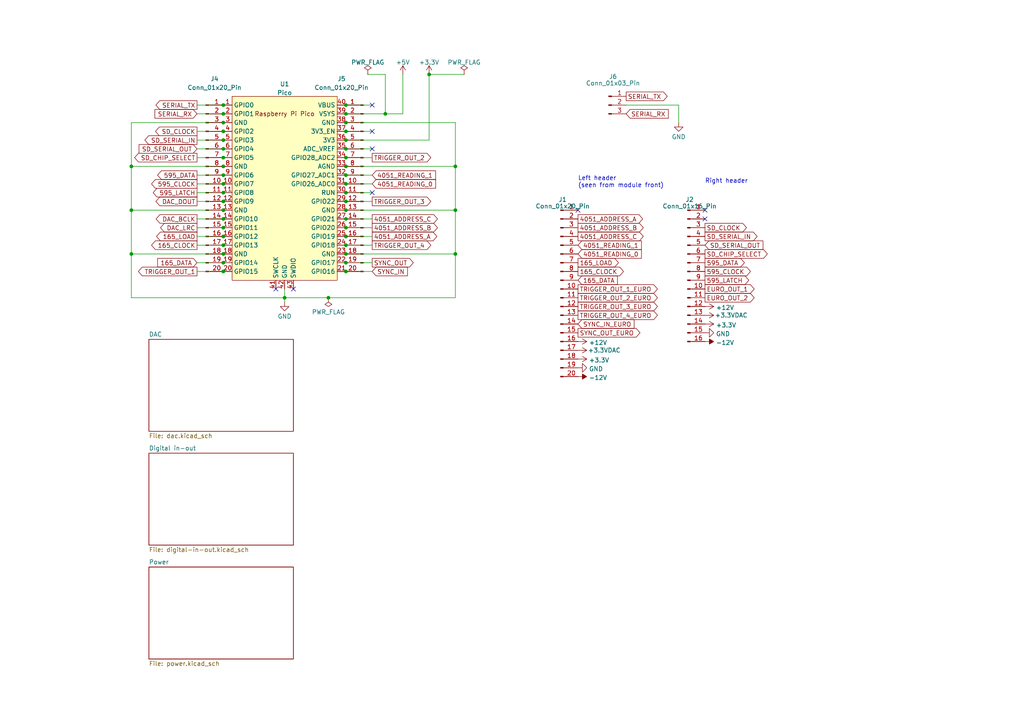
<source format=kicad_sch>
(kicad_sch (version 20230121) (generator eeschema)
  (paper "A4")
  (title_block (title "Drumkid") (rev "2.00"))
  (lib_symbols
    (symbol "Connector:Conn_01x03_Pin" (pin_names (offset 1.016) hide)
      (property "Reference" "J" (at 0 5.08 0))
      (property "Value" "Conn_01x03_Pin" (at 0 -5.08 0))
      (symbol "Conn_01x03_Pin_1_1"
        (polyline (pts (xy 1.27 -2.54) (xy 0.8636 -2.54)) (stroke (width 0.1524)))
        (polyline (pts (xy 1.27 0) (xy 0.8636 0)) (stroke (width 0.1524)))
        (polyline (pts (xy 1.27 2.54) (xy 0.8636 2.54)) (stroke (width 0.1524)))
        (rectangle (start 0.8636 -2.413) (end 0 -2.667) (stroke (width 0.1524)) (fill (type outline)))
        (rectangle (start 0.8636 0.127) (end 0 -0.127) (stroke (width 0.1524)) (fill (type outline)))
        (rectangle (start 0.8636 2.667) (end 0 2.413) (stroke (width 0.1524)) (fill (type outline)))
        (pin passive line (at 5.08 2.54 180) (length 3.81) (name "Pin_1") (number "1"))
        (pin passive line (at 5.08 0 180) (length 3.81) (name "Pin_2") (number "2"))
        (pin passive line (at 5.08 -2.54 180) (length 3.81) (name "Pin_3") (number "3"))
      )
    )
    (symbol "Connector:Conn_01x16_Pin" (pin_names (offset 1.016) hide)
      (property "Reference" "J" (at 0 20.32 0))
      (property "Value" "Conn_01x16_Pin" (at 0 -22.86 0))
      (symbol "Conn_01x16_Pin_1_1"
        (polyline (pts (xy 1.27 -20.32) (xy 0.8636 -20.32)) (stroke (width 0.1524)))
        (polyline (pts (xy 1.27 -17.78) (xy 0.8636 -17.78)) (stroke (width 0.1524)))
        (polyline (pts (xy 1.27 -15.24) (xy 0.8636 -15.24)) (stroke (width 0.1524)))
        (polyline (pts (xy 1.27 -12.7) (xy 0.8636 -12.7)) (stroke (width 0.1524)))
        (polyline (pts (xy 1.27 -10.16) (xy 0.8636 -10.16)) (stroke (width 0.1524)))
        (polyline (pts (xy 1.27 -7.62) (xy 0.8636 -7.62)) (stroke (width 0.1524)))
        (polyline (pts (xy 1.27 -5.08) (xy 0.8636 -5.08)) (stroke (width 0.1524)))
        (polyline (pts (xy 1.27 -2.54) (xy 0.8636 -2.54)) (stroke (width 0.1524)))
        (polyline (pts (xy 1.27 0) (xy 0.8636 0)) (stroke (width 0.1524)))
        (polyline (pts (xy 1.27 2.54) (xy 0.8636 2.54)) (stroke (width 0.1524)))
        (polyline (pts (xy 1.27 5.08) (xy 0.8636 5.08)) (stroke (width 0.1524)))
        (polyline (pts (xy 1.27 7.62) (xy 0.8636 7.62)) (stroke (width 0.1524)))
        (polyline (pts (xy 1.27 10.16) (xy 0.8636 10.16)) (stroke (width 0.1524)))
        (polyline (pts (xy 1.27 12.7) (xy 0.8636 12.7)) (stroke (width 0.1524)))
        (polyline (pts (xy 1.27 15.24) (xy 0.8636 15.24)) (stroke (width 0.1524)))
        (polyline (pts (xy 1.27 17.78) (xy 0.8636 17.78)) (stroke (width 0.1524)))
        (rectangle (start 0.8636 -20.193) (end 0 -20.447) (stroke (width 0.1524)) (fill (type outline)))
        (rectangle (start 0.8636 -17.653) (end 0 -17.907) (stroke (width 0.1524)) (fill (type outline)))
        (rectangle (start 0.8636 -15.113) (end 0 -15.367) (stroke (width 0.1524)) (fill (type outline)))
        (rectangle (start 0.8636 -12.573) (end 0 -12.827) (stroke (width 0.1524)) (fill (type outline)))
        (rectangle (start 0.8636 -10.033) (end 0 -10.287) (stroke (width 0.1524)) (fill (type outline)))
        (rectangle (start 0.8636 -7.493) (end 0 -7.747) (stroke (width 0.1524)) (fill (type outline)))
        (rectangle (start 0.8636 -4.953) (end 0 -5.207) (stroke (width 0.1524)) (fill (type outline)))
        (rectangle (start 0.8636 -2.413) (end 0 -2.667) (stroke (width 0.1524)) (fill (type outline)))
        (rectangle (start 0.8636 0.127) (end 0 -0.127) (stroke (width 0.1524)) (fill (type outline)))
        (rectangle (start 0.8636 2.667) (end 0 2.413) (stroke (width 0.1524)) (fill (type outline)))
        (rectangle (start 0.8636 5.207) (end 0 4.953) (stroke (width 0.1524)) (fill (type outline)))
        (rectangle (start 0.8636 7.747) (end 0 7.493) (stroke (width 0.1524)) (fill (type outline)))
        (rectangle (start 0.8636 10.287) (end 0 10.033) (stroke (width 0.1524)) (fill (type outline)))
        (rectangle (start 0.8636 12.827) (end 0 12.573) (stroke (width 0.1524)) (fill (type outline)))
        (rectangle (start 0.8636 15.367) (end 0 15.113) (stroke (width 0.1524)) (fill (type outline)))
        (rectangle (start 0.8636 17.907) (end 0 17.653) (stroke (width 0.1524)) (fill (type outline)))
        (pin passive line (at 5.08 17.78 180) (length 3.81) (name "Pin_1") (number "1"))
        (pin passive line (at 5.08 -5.08 180) (length 3.81) (name "Pin_10") (number "10"))
        (pin passive line (at 5.08 -7.62 180) (length 3.81) (name "Pin_11") (number "11"))
        (pin passive line (at 5.08 -10.16 180) (length 3.81) (name "Pin_12") (number "12"))
        (pin passive line (at 5.08 -12.7 180) (length 3.81) (name "Pin_13") (number "13"))
        (pin passive line (at 5.08 -15.24 180) (length 3.81) (name "Pin_14") (number "14"))
        (pin passive line (at 5.08 -17.78 180) (length 3.81) (name "Pin_15") (number "15"))
        (pin passive line (at 5.08 -20.32 180) (length 3.81) (name "Pin_16") (number "16"))
        (pin passive line (at 5.08 15.24 180) (length 3.81) (name "Pin_2") (number "2"))
        (pin passive line (at 5.08 12.7 180) (length 3.81) (name "Pin_3") (number "3"))
        (pin passive line (at 5.08 10.16 180) (length 3.81) (name "Pin_4") (number "4"))
        (pin passive line (at 5.08 7.62 180) (length 3.81) (name "Pin_5") (number "5"))
        (pin passive line (at 5.08 5.08 180) (length 3.81) (name "Pin_6") (number "6"))
        (pin passive line (at 5.08 2.54 180) (length 3.81) (name "Pin_7") (number "7"))
        (pin passive line (at 5.08 0 180) (length 3.81) (name "Pin_8") (number "8"))
        (pin passive line (at 5.08 -2.54 180) (length 3.81) (name "Pin_9") (number "9"))
      )
    )
    (symbol "Connector:Conn_01x20_Pin" (pin_names (offset 1.016) hide)
      (property "Reference" "J" (at 0 25.4 0))
      (property "Value" "Conn_01x20_Pin" (at 0 -27.94 0))
      (symbol "Conn_01x20_Pin_1_1"
        (polyline (pts (xy 1.27 -25.4) (xy 0.8636 -25.4)) (stroke (width 0.1524)))
        (polyline (pts (xy 1.27 -22.86) (xy 0.8636 -22.86)) (stroke (width 0.1524)))
        (polyline (pts (xy 1.27 -20.32) (xy 0.8636 -20.32)) (stroke (width 0.1524)))
        (polyline (pts (xy 1.27 -17.78) (xy 0.8636 -17.78)) (stroke (width 0.1524)))
        (polyline (pts (xy 1.27 -15.24) (xy 0.8636 -15.24)) (stroke (width 0.1524)))
        (polyline (pts (xy 1.27 -12.7) (xy 0.8636 -12.7)) (stroke (width 0.1524)))
        (polyline (pts (xy 1.27 -10.16) (xy 0.8636 -10.16)) (stroke (width 0.1524)))
        (polyline (pts (xy 1.27 -7.62) (xy 0.8636 -7.62)) (stroke (width 0.1524)))
        (polyline (pts (xy 1.27 -5.08) (xy 0.8636 -5.08)) (stroke (width 0.1524)))
        (polyline (pts (xy 1.27 -2.54) (xy 0.8636 -2.54)) (stroke (width 0.1524)))
        (polyline (pts (xy 1.27 0) (xy 0.8636 0)) (stroke (width 0.1524)))
        (polyline (pts (xy 1.27 2.54) (xy 0.8636 2.54)) (stroke (width 0.1524)))
        (polyline (pts (xy 1.27 5.08) (xy 0.8636 5.08)) (stroke (width 0.1524)))
        (polyline (pts (xy 1.27 7.62) (xy 0.8636 7.62)) (stroke (width 0.1524)))
        (polyline (pts (xy 1.27 10.16) (xy 0.8636 10.16)) (stroke (width 0.1524)))
        (polyline (pts (xy 1.27 12.7) (xy 0.8636 12.7)) (stroke (width 0.1524)))
        (polyline (pts (xy 1.27 15.24) (xy 0.8636 15.24)) (stroke (width 0.1524)))
        (polyline (pts (xy 1.27 17.78) (xy 0.8636 17.78)) (stroke (width 0.1524)))
        (polyline (pts (xy 1.27 20.32) (xy 0.8636 20.32)) (stroke (width 0.1524)))
        (polyline (pts (xy 1.27 22.86) (xy 0.8636 22.86)) (stroke (width 0.1524)))
        (rectangle (start 0.8636 -25.273) (end 0 -25.527) (stroke (width 0.1524)) (fill (type outline)))
        (rectangle (start 0.8636 -22.733) (end 0 -22.987) (stroke (width 0.1524)) (fill (type outline)))
        (rectangle (start 0.8636 -20.193) (end 0 -20.447) (stroke (width 0.1524)) (fill (type outline)))
        (rectangle (start 0.8636 -17.653) (end 0 -17.907) (stroke (width 0.1524)) (fill (type outline)))
        (rectangle (start 0.8636 -15.113) (end 0 -15.367) (stroke (width 0.1524)) (fill (type outline)))
        (rectangle (start 0.8636 -12.573) (end 0 -12.827) (stroke (width 0.1524)) (fill (type outline)))
        (rectangle (start 0.8636 -10.033) (end 0 -10.287) (stroke (width 0.1524)) (fill (type outline)))
        (rectangle (start 0.8636 -7.493) (end 0 -7.747) (stroke (width 0.1524)) (fill (type outline)))
        (rectangle (start 0.8636 -4.953) (end 0 -5.207) (stroke (width 0.1524)) (fill (type outline)))
        (rectangle (start 0.8636 -2.413) (end 0 -2.667) (stroke (width 0.1524)) (fill (type outline)))
        (rectangle (start 0.8636 0.127) (end 0 -0.127) (stroke (width 0.1524)) (fill (type outline)))
        (rectangle (start 0.8636 2.667) (end 0 2.413) (stroke (width 0.1524)) (fill (type outline)))
        (rectangle (start 0.8636 5.207) (end 0 4.953) (stroke (width 0.1524)) (fill (type outline)))
        (rectangle (start 0.8636 7.747) (end 0 7.493) (stroke (width 0.1524)) (fill (type outline)))
        (rectangle (start 0.8636 10.287) (end 0 10.033) (stroke (width 0.1524)) (fill (type outline)))
        (rectangle (start 0.8636 12.827) (end 0 12.573) (stroke (width 0.1524)) (fill (type outline)))
        (rectangle (start 0.8636 15.367) (end 0 15.113) (stroke (width 0.1524)) (fill (type outline)))
        (rectangle (start 0.8636 17.907) (end 0 17.653) (stroke (width 0.1524)) (fill (type outline)))
        (rectangle (start 0.8636 20.447) (end 0 20.193) (stroke (width 0.1524)) (fill (type outline)))
        (rectangle (start 0.8636 22.987) (end 0 22.733) (stroke (width 0.1524)) (fill (type outline)))
        (pin passive line (at 5.08 22.86 180) (length 3.81) (name "Pin_1") (number "1"))
        (pin passive line (at 5.08 0 180) (length 3.81) (name "Pin_10") (number "10"))
        (pin passive line (at 5.08 -2.54 180) (length 3.81) (name "Pin_11") (number "11"))
        (pin passive line (at 5.08 -5.08 180) (length 3.81) (name "Pin_12") (number "12"))
        (pin passive line (at 5.08 -7.62 180) (length 3.81) (name "Pin_13") (number "13"))
        (pin passive line (at 5.08 -10.16 180) (length 3.81) (name "Pin_14") (number "14"))
        (pin passive line (at 5.08 -12.7 180) (length 3.81) (name "Pin_15") (number "15"))
        (pin passive line (at 5.08 -15.24 180) (length 3.81) (name "Pin_16") (number "16"))
        (pin passive line (at 5.08 -17.78 180) (length 3.81) (name "Pin_17") (number "17"))
        (pin passive line (at 5.08 -20.32 180) (length 3.81) (name "Pin_18") (number "18"))
        (pin passive line (at 5.08 -22.86 180) (length 3.81) (name "Pin_19") (number "19"))
        (pin passive line (at 5.08 20.32 180) (length 3.81) (name "Pin_2") (number "2"))
        (pin passive line (at 5.08 -25.4 180) (length 3.81) (name "Pin_20") (number "20"))
        (pin passive line (at 5.08 17.78 180) (length 3.81) (name "Pin_3") (number "3"))
        (pin passive line (at 5.08 15.24 180) (length 3.81) (name "Pin_4") (number "4"))
        (pin passive line (at 5.08 12.7 180) (length 3.81) (name "Pin_5") (number "5"))
        (pin passive line (at 5.08 10.16 180) (length 3.81) (name "Pin_6") (number "6"))
        (pin passive line (at 5.08 7.62 180) (length 3.81) (name "Pin_7") (number "7"))
        (pin passive line (at 5.08 5.08 180) (length 3.81) (name "Pin_8") (number "8"))
        (pin passive line (at 5.08 2.54 180) (length 3.81) (name "Pin_9") (number "9"))
      )
    )
    (symbol "MCU_RaspberryPi_and_Boards:Pico"
      (property "Reference" "U" (at -13.97 27.94 0))
      (property "Value" "Pico" (at 0 19.05 0))
      (symbol "Pico_0_0"
        (text "Raspberry Pi Pico" (at 0 21.59 0) (effects (font (size 1.27 1.27))))
      )
      (symbol "Pico_0_1"
        (rectangle (start -15.24 26.67) (end 15.24 -26.67) (fill (type background)))
      )
      (symbol "Pico_1_1"
        (pin bidirectional line (at -17.78 24.13 0) (length 2.54) (name "GPIO0") (number "1"))
        (pin bidirectional line (at -17.78 1.27 0) (length 2.54) (name "GPIO7") (number "10"))
        (pin bidirectional line (at -17.78 -1.27 0) (length 2.54) (name "GPIO8") (number "11"))
        (pin bidirectional line (at -17.78 -3.81 0) (length 2.54) (name "GPIO9") (number "12"))
        (pin power_in line (at -17.78 -6.35 0) (length 2.54) (name "GND") (number "13"))
        (pin bidirectional line (at -17.78 -8.89 0) (length 2.54) (name "GPIO10") (number "14"))
        (pin bidirectional line (at -17.78 -11.43 0) (length 2.54) (name "GPIO11") (number "15"))
        (pin bidirectional line (at -17.78 -13.97 0) (length 2.54) (name "GPIO12") (number "16"))
        (pin bidirectional line (at -17.78 -16.51 0) (length 2.54) (name "GPIO13") (number "17"))
        (pin power_in line (at -17.78 -19.05 0) (length 2.54) (name "GND") (number "18"))
        (pin bidirectional line (at -17.78 -21.59 0) (length 2.54) (name "GPIO14") (number "19"))
        (pin bidirectional line (at -17.78 21.59 0) (length 2.54) (name "GPIO1") (number "2"))
        (pin bidirectional line (at -17.78 -24.13 0) (length 2.54) (name "GPIO15") (number "20"))
        (pin bidirectional line (at 17.78 -24.13 180) (length 2.54) (name "GPIO16") (number "21"))
        (pin bidirectional line (at 17.78 -21.59 180) (length 2.54) (name "GPIO17") (number "22"))
        (pin power_in line (at 17.78 -19.05 180) (length 2.54) (name "GND") (number "23"))
        (pin bidirectional line (at 17.78 -16.51 180) (length 2.54) (name "GPIO18") (number "24"))
        (pin bidirectional line (at 17.78 -13.97 180) (length 2.54) (name "GPIO19") (number "25"))
        (pin bidirectional line (at 17.78 -11.43 180) (length 2.54) (name "GPIO20") (number "26"))
        (pin bidirectional line (at 17.78 -8.89 180) (length 2.54) (name "GPIO21") (number "27"))
        (pin power_in line (at 17.78 -6.35 180) (length 2.54) (name "GND") (number "28"))
        (pin bidirectional line (at 17.78 -3.81 180) (length 2.54) (name "GPIO22") (number "29"))
        (pin power_in line (at -17.78 19.05 0) (length 2.54) (name "GND") (number "3"))
        (pin input line (at 17.78 -1.27 180) (length 2.54) (name "RUN") (number "30"))
        (pin bidirectional line (at 17.78 1.27 180) (length 2.54) (name "GPIO26_ADC0") (number "31"))
        (pin bidirectional line (at 17.78 3.81 180) (length 2.54) (name "GPIO27_ADC1") (number "32"))
        (pin power_in line (at 17.78 6.35 180) (length 2.54) (name "AGND") (number "33"))
        (pin bidirectional line (at 17.78 8.89 180) (length 2.54) (name "GPIO28_ADC2") (number "34"))
        (pin power_in line (at 17.78 11.43 180) (length 2.54) (name "ADC_VREF") (number "35"))
        (pin power_in line (at 17.78 13.97 180) (length 2.54) (name "3V3") (number "36"))
        (pin input line (at 17.78 16.51 180) (length 2.54) (name "3V3_EN") (number "37"))
        (pin bidirectional line (at 17.78 19.05 180) (length 2.54) (name "GND") (number "38"))
        (pin power_in line (at 17.78 21.59 180) (length 2.54) (name "VSYS") (number "39"))
        (pin bidirectional line (at -17.78 16.51 0) (length 2.54) (name "GPIO2") (number "4"))
        (pin power_in line (at 17.78 24.13 180) (length 2.54) (name "VBUS") (number "40"))
        (pin input line (at -2.54 -29.21 90) (length 2.54) (name "SWCLK") (number "41"))
        (pin power_in line (at 0 -29.21 90) (length 2.54) (name "GND") (number "42"))
        (pin bidirectional line (at 2.54 -29.21 90) (length 2.54) (name "SWDIO") (number "43"))
        (pin bidirectional line (at -17.78 13.97 0) (length 2.54) (name "GPIO3") (number "5"))
        (pin bidirectional line (at -17.78 11.43 0) (length 2.54) (name "GPIO4") (number "6"))
        (pin bidirectional line (at -17.78 8.89 0) (length 2.54) (name "GPIO5") (number "7"))
        (pin power_in line (at -17.78 6.35 0) (length 2.54) (name "GND") (number "8"))
        (pin bidirectional line (at -17.78 3.81 0) (length 2.54) (name "GPIO6") (number "9"))
      )
    )
    (symbol "power:+12V" (power) (pin_names (offset 0))
      (property "Value" "+12V" (at 0 3.556 0))
      (symbol "+12V_0_1"
        (polyline (pts (xy -0.762 1.27) (xy 0 2.54)))
        (polyline (pts (xy 0 0) (xy 0 2.54)))
        (polyline (pts (xy 0 2.54) (xy 0.762 1.27)))
      )
      (symbol "+12V_1_1"
        (pin power_in line (at 0 0 90) (length 0) hide (name "+12V") (number "1"))
      )
    )
    (symbol "power:+3.3V" (power) (pin_names (offset 0))
      (property "Value" "+3.3V" (at 0 3.556 0))
      (symbol "+3.3V_0_1"
        (polyline (pts (xy -0.762 1.27) (xy 0 2.54)))
        (polyline (pts (xy 0 0) (xy 0 2.54)))
        (polyline (pts (xy 0 2.54) (xy 0.762 1.27)))
      )
      (symbol "+3.3V_1_1"
        (pin power_in line (at 0 0 90) (length 0) hide (name "+3.3V") (number "1"))
      )
    )
    (symbol "power:+3.3VDAC" (power) (pin_names (offset 0))
      (property "Value" "+3.3VDAC" (at 0 2.54 0))
      (symbol "+3.3VDAC_0_0"
        (pin power_in line (at 0 0 90) (length 0) hide (name "+3.3VDAC") (number "1"))
      )
      (symbol "+3.3VDAC_0_1"
        (polyline (pts (xy -0.762 1.27) (xy 0 2.54)))
        (polyline (pts (xy 0 0) (xy 0 2.54)))
        (polyline (pts (xy 0 2.54) (xy 0.762 1.27)))
      )
    )
    (symbol "power:+5V" (power) (pin_names (offset 0))
      (property "Value" "+5V" (at 0 3.556 0))
      (symbol "+5V_0_1"
        (polyline (pts (xy -0.762 1.27) (xy 0 2.54)))
        (polyline (pts (xy 0 0) (xy 0 2.54)))
        (polyline (pts (xy 0 2.54) (xy 0.762 1.27)))
      )
      (symbol "+5V_1_1"
        (pin power_in line (at 0 0 90) (length 0) hide (name "+5V") (number "1"))
      )
    )
    (symbol "power:-12V" (power) (pin_names (offset 0))
      (property "Value" "-12V" (at 0 3.81 0))
      (symbol "-12V_0_0"
        (pin power_in line (at 0 0 90) (length 0) hide (name "-12V") (number "1"))
      )
      (symbol "-12V_0_1"
        (polyline (pts (xy 0 0) (xy 0 1.27) (xy 0.762 1.27) (xy 0 2.54) (xy -0.762 1.27) (xy 0 1.27)) (fill (type outline)))
      )
    )
    (symbol "power:GND" (power) (pin_names (offset 0))
      (property "Value" "GND" (at 0 -3.81 0))
      (symbol "GND_0_1"
        (polyline (pts (xy 0 0) (xy 0 -1.27) (xy 1.27 -1.27) (xy 0 -2.54) (xy -1.27 -1.27) (xy 0 -1.27)))
      )
      (symbol "GND_1_1"
        (pin power_in line (at 0 0 270) (length 0) hide (name "GND") (number "1"))
      )
    )
    (symbol "power:PWR_FLAG" (power) (pin_numbers hide) (pin_names (offset 0) hide)
      (property "Value" "PWR_FLAG" (at 0 3.81 0))
      (symbol "PWR_FLAG_0_0"
        (pin power_out line (at 0 0 90) (length 0) (name "pwr") (number "1"))
      )
      (symbol "PWR_FLAG_0_1"
        (polyline (pts (xy 0 0) (xy 0 1.27) (xy -1.016 1.905) (xy 0 2.54) (xy 1.016 1.905) (xy 0 1.27)))
      )
    )
  )
  (junction (at 100.33 40.64))
  (junction (at 100.33 33.02))
  (junction (at 100.33 63.5))
  (junction (at 64.77 43.18))
  (junction (at 100.33 78.74))
  (junction (at 64.77 48.26))
  (junction (at 38.1 48.26))
  (junction (at 132.08 48.26))
  (junction (at 100.33 73.66))
  (junction (at 64.77 73.66))
  (junction (at 124.46 21.59))
  (junction (at 132.08 73.66))
  (junction (at 64.77 66.04))
  (junction (at 100.33 50.8))
  (junction (at 111.76 33.02))
  (junction (at 82.55 86.36))
  (junction (at 100.33 66.04))
  (junction (at 64.77 60.96))
  (junction (at 64.77 35.56))
  (junction (at 100.33 53.34))
  (junction (at 64.77 55.88))
  (junction (at 100.33 38.1))
  (junction (at 132.08 60.96))
  (junction (at 64.77 50.8))
  (junction (at 64.77 58.42))
  (junction (at 95.25 86.36))
  (junction (at 38.1 60.96))
  (junction (at 64.77 40.64))
  (junction (at 64.77 30.48))
  (junction (at 100.33 45.72))
  (junction (at 100.33 60.96))
  (junction (at 64.77 68.58))
  (junction (at 64.77 33.02))
  (junction (at 100.33 48.26))
  (junction (at 100.33 71.12))
  (junction (at 100.33 30.48))
  (junction (at 64.77 38.1))
  (junction (at 100.33 58.42))
  (junction (at 64.77 78.74))
  (junction (at 64.77 63.5))
  (junction (at 64.77 76.2))
  (junction (at 64.77 71.12))
  (junction (at 100.33 43.18))
  (junction (at 64.77 45.72))
  (junction (at 100.33 76.2))
  (junction (at 100.33 68.58))
  (junction (at 38.1 73.66))
  (junction (at 100.33 55.88))
  (junction (at 64.77 53.34))
  (junction (at 100.33 35.56))
  (no_connect (at 80.01 83.82))
  (no_connect (at 107.95 43.18))
  (no_connect (at 107.95 30.48))
  (no_connect (at 204.47 60.96))
  (no_connect (at 107.95 55.88))
  (no_connect (at 167.64 60.96))
  (no_connect (at 85.09 83.82))
  (no_connect (at 204.47 63.5))
  (no_connect (at 107.95 38.1))
  (wire (pts (xy 111.76 21.59) (xy 111.76 33.02)))
  (wire (pts (xy 57.15 58.42) (xy 64.77 58.42)))
  (wire (pts (xy 38.1 73.66) (xy 38.1 86.36)))
  (wire (pts (xy 57.15 68.58) (xy 64.77 68.58)))
  (wire (pts (xy 57.15 78.74) (xy 64.77 78.74)))
  (wire (pts (xy 82.55 86.36) (xy 95.25 86.36)))
  (wire (pts (xy 57.15 33.02) (xy 64.77 33.02)))
  (wire (pts (xy 57.15 43.18) (xy 64.77 43.18)))
  (wire (pts (xy 107.95 45.72) (xy 100.33 45.72)))
  (wire (pts (xy 124.46 21.59) (xy 134.62 21.59)))
  (wire (pts (xy 38.1 48.26) (xy 64.77 48.26)))
  (wire (pts (xy 107.95 68.58) (xy 100.33 68.58)))
  (wire (pts (xy 196.85 30.48) (xy 196.85 35.56)))
  (wire (pts (xy 107.95 30.48) (xy 100.33 30.48)))
  (wire (pts (xy 107.95 66.04) (xy 100.33 66.04)))
  (wire (pts (xy 107.95 53.34) (xy 100.33 53.34)))
  (wire (pts (xy 100.33 73.66) (xy 132.08 73.66)))
  (wire (pts (xy 107.95 58.42) (xy 100.33 58.42)))
  (wire (pts (xy 111.76 33.02) (xy 116.84 33.02)))
  (wire (pts (xy 132.08 73.66) (xy 132.08 86.36)))
  (wire (pts (xy 57.15 30.48) (xy 64.77 30.48)))
  (wire (pts (xy 57.15 38.1) (xy 64.77 38.1)))
  (wire (pts (xy 107.95 63.5) (xy 100.33 63.5)))
  (wire (pts (xy 57.15 71.12) (xy 64.77 71.12)))
  (wire (pts (xy 107.95 55.88) (xy 100.33 55.88)))
  (wire (pts (xy 57.15 63.5) (xy 64.77 63.5)))
  (wire (pts (xy 57.15 53.34) (xy 64.77 53.34)))
  (wire (pts (xy 100.33 60.96) (xy 132.08 60.96)))
  (wire (pts (xy 107.95 76.2) (xy 100.33 76.2)))
  (wire (pts (xy 107.95 50.8) (xy 100.33 50.8)))
  (wire (pts (xy 57.15 66.04) (xy 64.77 66.04)))
  (wire (pts (xy 100.33 40.64) (xy 124.46 40.64)))
  (wire (pts (xy 107.95 38.1) (xy 100.33 38.1)))
  (wire (pts (xy 38.1 73.66) (xy 64.77 73.66)))
  (wire (pts (xy 100.33 35.56) (xy 132.08 35.56)))
  (wire (pts (xy 57.15 40.64) (xy 64.77 40.64)))
  (wire (pts (xy 38.1 60.96) (xy 38.1 73.66)))
  (wire (pts (xy 57.15 45.72) (xy 64.77 45.72)))
  (wire (pts (xy 124.46 21.59) (xy 124.46 40.64)))
  (wire (pts (xy 95.25 86.36) (xy 132.08 86.36)))
  (wire (pts (xy 38.1 35.56) (xy 64.77 35.56)))
  (wire (pts (xy 82.55 86.36) (xy 82.55 87.63)))
  (wire (pts (xy 57.15 50.8) (xy 64.77 50.8)))
  (wire (pts (xy 107.95 71.12) (xy 100.33 71.12)))
  (wire (pts (xy 38.1 60.96) (xy 64.77 60.96)))
  (wire (pts (xy 181.61 30.48) (xy 196.85 30.48)))
  (wire (pts (xy 132.08 60.96) (xy 132.08 48.26)))
  (wire (pts (xy 100.33 48.26) (xy 132.08 48.26)))
  (wire (pts (xy 106.68 21.59) (xy 111.76 21.59)))
  (wire (pts (xy 82.55 86.36) (xy 38.1 86.36)))
  (wire (pts (xy 57.15 76.2) (xy 64.77 76.2)))
  (wire (pts (xy 82.55 83.82) (xy 82.55 86.36)))
  (wire (pts (xy 57.15 55.88) (xy 64.77 55.88)))
  (wire (pts (xy 132.08 73.66) (xy 132.08 60.96)))
  (wire (pts (xy 38.1 48.26) (xy 38.1 35.56)))
  (wire (pts (xy 116.84 21.59) (xy 116.84 33.02)))
  (wire (pts (xy 107.95 78.74) (xy 100.33 78.74)))
  (wire (pts (xy 100.33 33.02) (xy 111.76 33.02)))
  (wire (pts (xy 38.1 48.26) (xy 38.1 60.96)))
  (wire (pts (xy 107.95 43.18) (xy 100.33 43.18)))
  (wire (pts (xy 132.08 48.26) (xy 132.08 35.56)))
  (text "Left header\n(seen from module front)" (at 167.64 54.61 0) (effects (font (size 1.27 1.27)) (justify left bottom)))
  (text "Right header" (at 204.47 53.34 0) (effects (font (size 1.27 1.27)) (justify left bottom)))
  (global_label "165_CLOCK" (shape output) (at 57.15 71.12 180) (property "Intersheetrefs" "${INTERSHEET_REFS}" (effects hide)))
  (global_label "TRIGGER_OUT_3" (shape output) (at 107.95 58.42 0) (property "Intersheetrefs" "${INTERSHEET_REFS}" (effects hide)))
  (global_label "4051_READING_0" (shape input) (at 107.95 53.34 0) (property "Intersheetrefs" "${INTERSHEET_REFS}" (effects hide)))
  (global_label "4051_ADDRESS_C" (shape output) (at 107.95 63.5 0) (property "Intersheetrefs" "${INTERSHEET_REFS}" (effects hide)))
  (global_label "SYNC_OUT" (shape output) (at 107.95 76.2 0) (property "Intersheetrefs" "${INTERSHEET_REFS}" (effects hide)))
  (global_label "165_DATA" (shape input) (at 57.15 76.2 180) (property "Intersheetrefs" "${INTERSHEET_REFS}" (effects hide)))
  (global_label "SD_SERIAL_IN" (shape output) (at 204.47 68.58 0) (property "Intersheetrefs" "${INTERSHEET_REFS}" (effects hide)))
  (global_label "4051_ADDRESS_B" (shape output) (at 167.64 66.04 0) (property "Intersheetrefs" "${INTERSHEET_REFS}" (effects hide)))
  (global_label "SERIAL_RX" (shape input) (at 181.61 33.02 0) (property "Intersheetrefs" "${INTERSHEET_REFS}" (effects hide)))
  (global_label "EURO_OUT_1" (shape output) (at 204.47 83.82 0) (property "Intersheetrefs" "${INTERSHEET_REFS}" (effects hide)))
  (global_label "TRIGGER_OUT_1" (shape output) (at 57.15 78.74 180) (property "Intersheetrefs" "${INTERSHEET_REFS}" (effects hide)))
  (global_label "SYNC_OUT_EURO" (shape output) (at 167.64 96.52 0) (property "Intersheetrefs" "${INTERSHEET_REFS}" (effects hide)))
  (global_label "TRIGGER_OUT_1_EURO" (shape output) (at 167.64 83.82 0) (property "Intersheetrefs" "${INTERSHEET_REFS}" (effects hide)))
  (global_label "4051_ADDRESS_A" (shape output) (at 107.95 68.58 0) (property "Intersheetrefs" "${INTERSHEET_REFS}" (effects hide)))
  (global_label "SD_CHIP_SELECT" (shape output) (at 204.47 73.66 0) (property "Intersheetrefs" "${INTERSHEET_REFS}" (effects hide)))
  (global_label "TRIGGER_OUT_3_EURO" (shape output) (at 167.64 88.9 0) (property "Intersheetrefs" "${INTERSHEET_REFS}" (effects hide)))
  (global_label "DAC_DOUT" (shape output) (at 57.15 58.42 180) (property "Intersheetrefs" "${INTERSHEET_REFS}" (effects hide)))
  (global_label "TRIGGER_OUT_2" (shape output) (at 107.95 45.72 0) (property "Intersheetrefs" "${INTERSHEET_REFS}" (effects hide)))
  (global_label "4051_ADDRESS_B" (shape output) (at 107.95 66.04 0) (property "Intersheetrefs" "${INTERSHEET_REFS}" (effects hide)))
  (global_label "SERIAL_RX" (shape input) (at 57.15 33.02 180) (property "Intersheetrefs" "${INTERSHEET_REFS}" (effects hide)))
  (global_label "TRIGGER_OUT_2_EURO" (shape output) (at 167.64 86.36 0) (property "Intersheetrefs" "${INTERSHEET_REFS}" (effects hide)))
  (global_label "SYNC_IN_EURO" (shape input) (at 167.64 93.98 0) (property "Intersheetrefs" "${INTERSHEET_REFS}" (effects hide)))
  (global_label "595_DATA" (shape output) (at 204.47 76.2 0) (property "Intersheetrefs" "${INTERSHEET_REFS}" (effects hide)))
  (global_label "4051_ADDRESS_A" (shape output) (at 167.64 63.5 0) (property "Intersheetrefs" "${INTERSHEET_REFS}" (effects hide)))
  (global_label "SD_CHIP_SELECT" (shape output) (at 57.15 45.72 180) (property "Intersheetrefs" "${INTERSHEET_REFS}" (effects hide)))
  (global_label "595_DATA" (shape output) (at 57.15 50.8 180) (property "Intersheetrefs" "${INTERSHEET_REFS}" (effects hide)))
  (global_label "165_DATA" (shape input) (at 167.64 81.28 0) (property "Intersheetrefs" "${INTERSHEET_REFS}" (effects hide)))
  (global_label "165_LOAD" (shape output) (at 57.15 68.58 180) (property "Intersheetrefs" "${INTERSHEET_REFS}" (effects hide)))
  (global_label "165_CLOCK" (shape output) (at 167.64 78.74 0) (property "Intersheetrefs" "${INTERSHEET_REFS}" (effects hide)))
  (global_label "SYNC_IN" (shape input) (at 107.95 78.74 0) (property "Intersheetrefs" "${INTERSHEET_REFS}" (effects hide)))
  (global_label "4051_ADDRESS_C" (shape output) (at 167.64 68.58 0) (property "Intersheetrefs" "${INTERSHEET_REFS}" (effects hide)))
  (global_label "165_LOAD" (shape output) (at 167.64 76.2 0) (property "Intersheetrefs" "${INTERSHEET_REFS}" (effects hide)))
  (global_label "595_LATCH" (shape output) (at 57.15 55.88 180) (property "Intersheetrefs" "${INTERSHEET_REFS}" (effects hide)))
  (global_label "TRIGGER_OUT_4" (shape output) (at 107.95 71.12 0) (property "Intersheetrefs" "${INTERSHEET_REFS}" (effects hide)))
  (global_label "TRIGGER_OUT_4_EURO" (shape output) (at 167.64 91.44 0) (property "Intersheetrefs" "${INTERSHEET_REFS}" (effects hide)))
  (global_label "SD_SERIAL_OUT" (shape input) (at 57.15 43.18 180) (property "Intersheetrefs" "${INTERSHEET_REFS}" (effects hide)))
  (global_label "SD_SERIAL_IN" (shape output) (at 57.15 40.64 180) (property "Intersheetrefs" "${INTERSHEET_REFS}" (effects hide)))
  (global_label "4051_READING_0" (shape input) (at 167.64 73.66 0) (property "Intersheetrefs" "${INTERSHEET_REFS}" (effects hide)))
  (global_label "SD_CLOCK" (shape output) (at 204.47 66.04 0) (property "Intersheetrefs" "${INTERSHEET_REFS}" (effects hide)))
  (global_label "SERIAL_TX" (shape output) (at 181.61 27.94 0) (property "Intersheetrefs" "${INTERSHEET_REFS}" (effects hide)))
  (global_label "SD_CLOCK" (shape output) (at 57.15 38.1 180) (property "Intersheetrefs" "${INTERSHEET_REFS}" (effects hide)))
  (global_label "4051_READING_1" (shape input) (at 167.64 71.12 0) (property "Intersheetrefs" "${INTERSHEET_REFS}" (effects hide)))
  (global_label "595_CLOCK" (shape output) (at 57.15 53.34 180) (property "Intersheetrefs" "${INTERSHEET_REFS}" (effects hide)))
  (global_label "DAC_LRC" (shape output) (at 57.15 66.04 180) (property "Intersheetrefs" "${INTERSHEET_REFS}" (effects hide)))
  (global_label "4051_READING_1" (shape input) (at 107.95 50.8 0) (property "Intersheetrefs" "${INTERSHEET_REFS}" (effects hide)))
  (global_label "EURO_OUT_2" (shape output) (at 204.47 86.36 0) (property "Intersheetrefs" "${INTERSHEET_REFS}" (effects hide)))
  (global_label "595_LATCH" (shape output) (at 204.47 81.28 0) (property "Intersheetrefs" "${INTERSHEET_REFS}" (effects hide)))
  (global_label "DAC_BCLK" (shape output) (at 57.15 63.5 180) (property "Intersheetrefs" "${INTERSHEET_REFS}" (effects hide)))
  (global_label "595_CLOCK" (shape output) (at 204.47 78.74 0) (property "Intersheetrefs" "${INTERSHEET_REFS}" (effects hide)))
  (global_label "SD_SERIAL_OUT" (shape input) (at 204.47 71.12 0) (property "Intersheetrefs" "${INTERSHEET_REFS}" (effects hide)))
  (global_label "SERIAL_TX" (shape output) (at 57.15 30.48 180) (property "Intersheetrefs" "${INTERSHEET_REFS}" (effects hide)))
  (symbol (lib_id "power:-12V") (at 167.64 109.22 270) (unit 1)
    (property "Reference" "#PWR052" (effects hide))
    (property "Value" "-12V" (at 170.815 109.5368 90) (effects (justify left)))
  )
  (symbol (lib_id "Connector:Conn_01x20_Pin") (at 162.56 83.82 0) (unit 1)
    (property "Reference" "J1" (at 163.195 57.8739 0))
    (property "Value" "Conn_01x20_Pin" (at 163.195 59.7949 0))
    (property "Footprint" "Connector_PinHeader_2.54mm:PinHeader_1x20_P2.54mm_Vertical" (effects hide))
  )
  (symbol (lib_id "Connector:Conn_01x16_Pin") (at 199.39 78.74 0) (unit 1)
    (property "Reference" "J2" (at 200.025 57.8739 0))
    (property "Value" "Conn_01x16_Pin" (at 200.025 59.7949 0))
    (property "Footprint" "Connector_PinHeader_2.54mm:PinHeader_1x16_P2.54mm_Vertical" (effects hide))
  )
  (symbol (lib_id "power:-12V") (at 204.47 99.06 270) (unit 1)
    (property "Reference" "#PWR011" (effects hide))
    (property "Value" "-12V" (at 207.645 99.3768 90) (effects (justify left)))
  )
  (symbol (lib_id "power:PWR_FLAG") (at 134.62 21.59 0) (unit 1)
    (property "Reference" "#FLG03" (effects hide))
    (property "Value" "PWR_FLAG" (at 134.62 18.0881 0))
  )
  (symbol (lib_id "MCU_RaspberryPi_and_Boards:Pico") (at 82.55 54.61 0) (unit 1)
    (property "Reference" "U1" (at 82.55 24.3672 0))
    (property "Value" "Pico" (at 82.55 26.9041 0))
    (property "Footprint" "MCU_RaspberryPi_and_Boards:RPi_Pico_SMD_TH" (effects hide))
  )
  (symbol (lib_id "power:GND") (at 167.64 106.68 90) (unit 1)
    (property "Reference" "#PWR06" (effects hide))
    (property "Value" "GND" (at 170.815 106.9968 90) (effects (justify right)))
  )
  (symbol (lib_id "Connector:Conn_01x20_Pin") (at 105.41 53.34 0) (mirror y) (unit 1)
    (property "Reference" "J5" (at 99.06 22.86 0))
    (property "Value" "Conn_01x20_Pin" (at 99.06 25.4 0))
    (property "Footprint" "Connector_PinHeader_2.54mm:PinHeader_1x20_P2.54mm_Vertical" (effects hide))
  )
  (symbol (lib_id "power:+3.3V") (at 124.46 21.59 0) (unit 1)
    (property "Reference" "#PWR03" (effects hide))
    (property "Value" "+3.3V" (at 124.46 18.0881 0))
  )
  (symbol (lib_id "power:+3.3V") (at 204.47 93.98 270) (unit 1)
    (property "Reference" "#PWR09" (effects hide))
    (property "Value" "+3.3V" (at 207.645 94.2968 90) (effects (justify left)))
  )
  (symbol (lib_id "power:+12V") (at 204.47 88.9 270) (unit 1)
    (property "Reference" "#PWR08" (effects hide))
    (property "Value" "+12V" (at 207.645 89.2168 90) (effects (justify left)))
  )
  (symbol (lib_id "power:+12V") (at 167.64 99.06 270) (unit 1)
    (property "Reference" "#PWR04" (effects hide))
    (property "Value" "+12V" (at 170.815 99.3768 90) (effects (justify left)))
  )
  (symbol (lib_id "power:GND") (at 204.47 96.52 90) (unit 1)
    (property "Reference" "#PWR010" (effects hide))
    (property "Value" "GND" (at 207.645 96.8368 90) (effects (justify right)))
  )
  (symbol (lib_id "power:GND") (at 196.85 35.56 0) (unit 1)
    (property "Reference" "#PWR051" (effects hide))
    (property "Value" "GND" (at 196.85 39.6955 0))
  )
  (symbol (lib_id "power:PWR_FLAG") (at 106.68 21.59 0) (unit 1)
    (property "Reference" "#FLG02" (effects hide))
    (property "Value" "PWR_FLAG" (at 106.68 18.0881 0))
  )
  (symbol (lib_id "power:+3.3VDAC") (at 167.64 101.6 270) (unit 1)
    (property "Reference" "#PWR07" (effects hide))
    (property "Value" "+3.3VDAC" (at 175.26 101.6 90))
  )
  (symbol (lib_id "power:+3.3V") (at 167.64 104.14 270) (unit 1)
    (property "Reference" "#PWR05" (effects hide))
    (property "Value" "+3.3V" (at 170.815 104.4568 90) (effects (justify left)))
  )
  (symbol (lib_id "power:+3.3VDAC") (at 204.47 91.44 270) (unit 1)
    (property "Reference" "#PWR053" (effects hide))
    (property "Value" "+3.3VDAC" (at 212.09 91.44 90))
  )
  (symbol (lib_id "Connector:Conn_01x03_Pin") (at 176.53 30.48 0) (unit 1)
    (property "Reference" "J6" (at 177.8 22.209 0))
    (property "Value" "Conn_01x03_Pin" (at 177.8 24.13 0))
    (property "Footprint" "Connector_PinHeader_2.54mm:PinHeader_1x03_P2.54mm_Vertical" (effects hide))
  )
  (symbol (lib_id "power:GND") (at 82.55 87.63 0) (unit 1)
    (property "Reference" "#PWR01" (effects hide))
    (property "Value" "GND" (at 82.55 91.7655 0))
  )
  (symbol (lib_id "power:PWR_FLAG") (at 95.25 86.36 180) (unit 1)
    (property "Reference" "#FLG01" (effects hide))
    (property "Value" "PWR_FLAG" (at 95.25 90.4955 0))
  )
  (symbol (lib_id "power:+5V") (at 116.84 21.59 0) (unit 1)
    (property "Reference" "#PWR02" (effects hide))
    (property "Value" "+5V" (at 116.84 18.0881 0))
  )
  (symbol (lib_id "Connector:Conn_01x20_Pin") (at 59.69 53.34 0) (unit 1)
    (property "Reference" "J4" (at 62.23 22.86 0))
    (property "Value" "Conn_01x20_Pin" (at 62.23 25.4 0))
    (property "Footprint" "Connector_PinHeader_2.54mm:PinHeader_1x20_P2.54mm_Vertical" (effects hide))
  )
  (sheet (at 43.18 131.445) (size 41.91 26.67) (stroke (width 0.1524))
    (property "Sheetname" "Digital in-out" (at 43.18 130.7334 0) (effects (justify left bottom)))
    (property "Sheetfile" "digital-in-out.kicad_sch" (at 43.18 158.6996 0) (effects (justify left top)))
  )
  (sheet (at 43.18 98.425) (size 41.91 26.67) (stroke (width 0.1524))
    (property "Sheetname" "DAC" (at 43.18 97.7134 0) (effects (justify left bottom)))
    (property "Sheetfile" "dac.kicad_sch" (at 43.18 125.6796 0) (effects (justify left top)))
  )
  (sheet (at 43.18 164.465) (size 41.91 26.67) (stroke (width 0.1524))
    (property "Sheetname" "Power" (at 43.18 163.7534 0) (effects (justify left bottom)))
    (property "Sheetfile" "power.kicad_sch" (at 43.18 191.7196 0) (effects (justify left top)))
  )
)
</source>
